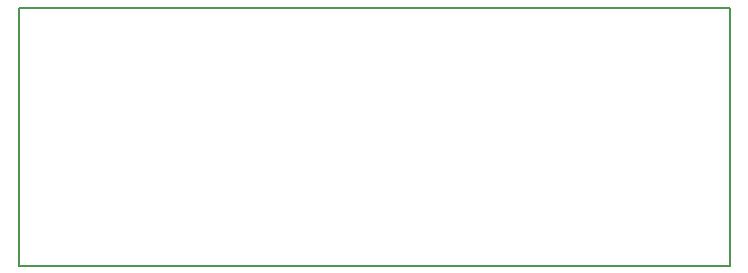
<source format=gbr>
G04 #@! TF.GenerationSoftware,KiCad,Pcbnew,5.1.5-52549c5~84~ubuntu18.04.1*
G04 #@! TF.CreationDate,2019-11-22T10:47:09+01:00*
G04 #@! TF.ProjectId,roboy_sno,726f626f-795f-4736-9e6f-2e6b69636164,rev?*
G04 #@! TF.SameCoordinates,Original*
G04 #@! TF.FileFunction,Profile,NP*
%FSLAX46Y46*%
G04 Gerber Fmt 4.6, Leading zero omitted, Abs format (unit mm)*
G04 Created by KiCad (PCBNEW 5.1.5-52549c5~84~ubuntu18.04.1) date 2019-11-22 10:47:09*
%MOMM*%
%LPD*%
G04 APERTURE LIST*
%ADD10C,0.150000*%
G04 APERTURE END LIST*
D10*
X80010000Y-119634000D02*
X80010000Y-141478000D01*
X140208000Y-119634000D02*
X80010000Y-119634000D01*
X140208000Y-141478000D02*
X140208000Y-119634000D01*
X80010000Y-141478000D02*
X140208000Y-141478000D01*
M02*

</source>
